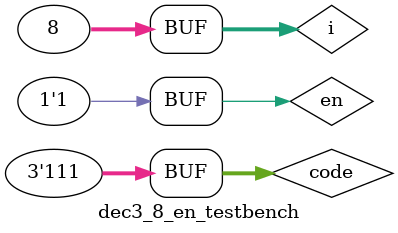
<source format=sv>
`timescale 1ns/10ps
module dec3_8_en (out, code, en);
	output logic [7:0] out;
	input logic [2:0] code;
	input en;
	
	logic v0, v1, v2;
	
	not #0.05 gn0 (v0, code[2]);
	and #0.05 ga0 (v1, v0, en);
	
	and #0.05 ga1 (v2, code[2], en);
	
	dec2_4_en dec1 (.out(out[3:0]), .code(code[1:0]), .en(v1));
	dec2_4_en dec2 (.out(out[7:4]), .code(code[1:0]), .en(v2));
	
endmodule

module dec3_8_en_testbench();
	logic [7:0] out;
	logic [2:0] code;
	logic en;
	dec3_8_en dut (.out, .code, .en);
	integer i;
	initial begin
	en = 0;
	for(i=0; i<8; i++) begin
	code = i; #10;
	end
	en = 1;
	for(i=0; i<8; i++) begin
	code = i; #10;
	end
	end
endmodule
</source>
